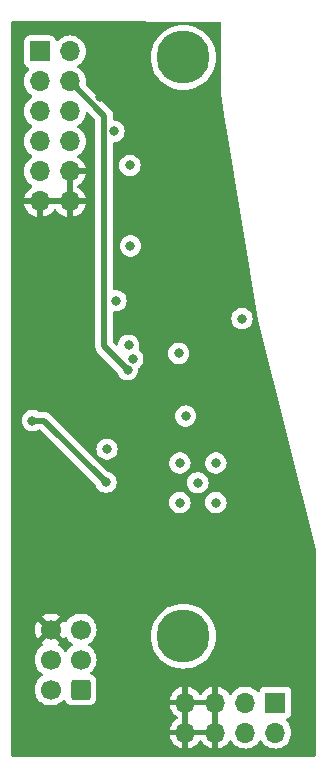
<source format=gbr>
%TF.GenerationSoftware,KiCad,Pcbnew,8.0.6*%
%TF.CreationDate,2025-02-12T14:43:40-05:00*%
%TF.ProjectId,PwrModule,5077724d-6f64-4756-9c65-2e6b69636164,rev?*%
%TF.SameCoordinates,Original*%
%TF.FileFunction,Copper,L3,Inr*%
%TF.FilePolarity,Positive*%
%FSLAX46Y46*%
G04 Gerber Fmt 4.6, Leading zero omitted, Abs format (unit mm)*
G04 Created by KiCad (PCBNEW 8.0.6) date 2025-02-12 14:43:40*
%MOMM*%
%LPD*%
G01*
G04 APERTURE LIST*
G04 Aperture macros list*
%AMRoundRect*
0 Rectangle with rounded corners*
0 $1 Rounding radius*
0 $2 $3 $4 $5 $6 $7 $8 $9 X,Y pos of 4 corners*
0 Add a 4 corners polygon primitive as box body*
4,1,4,$2,$3,$4,$5,$6,$7,$8,$9,$2,$3,0*
0 Add four circle primitives for the rounded corners*
1,1,$1+$1,$2,$3*
1,1,$1+$1,$4,$5*
1,1,$1+$1,$6,$7*
1,1,$1+$1,$8,$9*
0 Add four rect primitives between the rounded corners*
20,1,$1+$1,$2,$3,$4,$5,0*
20,1,$1+$1,$4,$5,$6,$7,0*
20,1,$1+$1,$6,$7,$8,$9,0*
20,1,$1+$1,$8,$9,$2,$3,0*%
G04 Aperture macros list end*
%TA.AperFunction,ComponentPad*%
%ADD10R,1.700000X1.700000*%
%TD*%
%TA.AperFunction,ComponentPad*%
%ADD11O,1.700000X1.700000*%
%TD*%
%TA.AperFunction,ComponentPad*%
%ADD12C,4.500000*%
%TD*%
%TA.AperFunction,ComponentPad*%
%ADD13RoundRect,0.250000X0.600000X0.600000X-0.600000X0.600000X-0.600000X-0.600000X0.600000X-0.600000X0*%
%TD*%
%TA.AperFunction,ComponentPad*%
%ADD14C,1.700000*%
%TD*%
%TA.AperFunction,ViaPad*%
%ADD15C,0.800000*%
%TD*%
%TA.AperFunction,Conductor*%
%ADD16C,0.500000*%
%TD*%
G04 APERTURE END LIST*
D10*
%TO.N,VCC*%
%TO.C,J14*%
X124000000Y-98100000D03*
D11*
X124000000Y-100640000D03*
X121460000Y-98100000D03*
X121460000Y-100640000D03*
%TO.N,GND*%
X118920000Y-98100000D03*
X118920000Y-100640000D03*
X116380000Y-98100000D03*
X116380000Y-100640000D03*
%TD*%
D10*
%TO.N,+5V*%
%TO.C,J11*%
X104050000Y-42975000D03*
D11*
X106590000Y-42975000D03*
X104050000Y-45515000D03*
%TO.N,UPDI*%
X106590000Y-45515000D03*
%TO.N,Net-(J11-Pin_5)*%
X104050000Y-48055000D03*
%TO.N,Net-(J11-Pin_6)*%
X106590000Y-48055000D03*
%TO.N,Red*%
X104050000Y-50595000D03*
%TO.N,Green*%
X106590000Y-50595000D03*
%TO.N,Net-(J11-Pin_9)*%
X104050000Y-53135000D03*
%TO.N,GND*%
X106590000Y-53135000D03*
X104050000Y-55675000D03*
X106590000Y-55675000D03*
%TD*%
D12*
%TO.N,N/C*%
%TO.C,H5*%
X116200000Y-92480000D03*
%TD*%
D13*
%TO.N,VCC_*%
%TO.C,J1*%
X107500000Y-97000000D03*
D14*
%TO.N,Red*%
X104960000Y-97000000D03*
%TO.N,Green*%
X107500000Y-94460000D03*
%TO.N,Blue*%
X104960000Y-94460000D03*
%TO.N,Signal*%
X107500000Y-91920000D03*
%TO.N,GND*%
X104960000Y-91920000D03*
%TD*%
D12*
%TO.N,N/C*%
%TO.C,H1*%
X116200000Y-43480000D03*
%TD*%
D15*
%TO.N,GND*%
X121000000Y-69100000D03*
X115290000Y-51740000D03*
X109170000Y-46870000D03*
X115180000Y-47860000D03*
X107750000Y-80000000D03*
%TO.N,Pwr_off*%
X110330000Y-49740000D03*
X111920000Y-69027171D03*
%TO.N,Pwr_mon*%
X111570000Y-67850000D03*
X111720000Y-59450000D03*
%TO.N,Signal*%
X109650000Y-79450000D03*
X103425000Y-74230001D03*
%TO.N,+5V*%
X115905000Y-81165000D03*
X115905000Y-77815000D03*
X117430000Y-79490000D03*
X118955000Y-81165000D03*
X118955000Y-77815000D03*
%TO.N,Net-(JP1-A)*%
X116400000Y-73850000D03*
X121170000Y-65590000D03*
X115810000Y-68540000D03*
%TO.N,UPDI*%
X111490000Y-69930000D03*
%TO.N,VCC_*%
X110490000Y-64080000D03*
X109740000Y-76650000D03*
%TO.N,Net-(J11-Pin_6)*%
X111680000Y-52630000D03*
%TD*%
D16*
%TO.N,Signal*%
X104430001Y-74230001D02*
X103425000Y-74230001D01*
X109650000Y-79450000D02*
X104430001Y-74230001D01*
%TO.N,UPDI*%
X109490000Y-50102082D02*
X109490000Y-67930000D01*
X109490000Y-67930000D02*
X111490000Y-69930000D01*
X109480000Y-49387918D02*
X109480000Y-50092082D01*
X109490000Y-49377918D02*
X109480000Y-49387918D01*
X106590000Y-45515000D02*
X109490000Y-48415000D01*
X109490000Y-48415000D02*
X109490000Y-49377918D01*
X109480000Y-50092082D02*
X109490000Y-50102082D01*
%TD*%
%TA.AperFunction,Conductor*%
%TO.N,GND*%
G36*
X118454075Y-100447007D02*
G01*
X118420000Y-100574174D01*
X118420000Y-100705826D01*
X118454075Y-100832993D01*
X118486988Y-100890000D01*
X116813012Y-100890000D01*
X116845925Y-100832993D01*
X116880000Y-100705826D01*
X116880000Y-100574174D01*
X116845925Y-100447007D01*
X116813012Y-100390000D01*
X118486988Y-100390000D01*
X118454075Y-100447007D01*
G37*
%TD.AperFunction*%
%TA.AperFunction,Conductor*%
G36*
X116630000Y-100206988D02*
G01*
X116572993Y-100174075D01*
X116445826Y-100140000D01*
X116314174Y-100140000D01*
X116187007Y-100174075D01*
X116130000Y-100206988D01*
X116130000Y-98533012D01*
X116187007Y-98565925D01*
X116314174Y-98600000D01*
X116445826Y-98600000D01*
X116572993Y-98565925D01*
X116630000Y-98533012D01*
X116630000Y-100206988D01*
G37*
%TD.AperFunction*%
%TA.AperFunction,Conductor*%
G36*
X119170000Y-100206988D02*
G01*
X119112993Y-100174075D01*
X118985826Y-100140000D01*
X118854174Y-100140000D01*
X118727007Y-100174075D01*
X118670000Y-100206988D01*
X118670000Y-98533012D01*
X118727007Y-98565925D01*
X118854174Y-98600000D01*
X118985826Y-98600000D01*
X119112993Y-98565925D01*
X119170000Y-98533012D01*
X119170000Y-100206988D01*
G37*
%TD.AperFunction*%
%TA.AperFunction,Conductor*%
G36*
X118454075Y-97907007D02*
G01*
X118420000Y-98034174D01*
X118420000Y-98165826D01*
X118454075Y-98292993D01*
X118486988Y-98350000D01*
X116813012Y-98350000D01*
X116845925Y-98292993D01*
X116880000Y-98165826D01*
X116880000Y-98034174D01*
X116845925Y-97907007D01*
X116813012Y-97850000D01*
X118486988Y-97850000D01*
X118454075Y-97907007D01*
G37*
%TD.AperFunction*%
%TA.AperFunction,Conductor*%
G36*
X106074925Y-92681373D02*
G01*
X106128119Y-92605405D01*
X106182696Y-92561781D01*
X106252195Y-92554588D01*
X106314549Y-92586110D01*
X106331269Y-92605405D01*
X106461505Y-92791401D01*
X106461506Y-92791402D01*
X106628597Y-92958493D01*
X106628603Y-92958498D01*
X106814158Y-93088425D01*
X106857783Y-93143002D01*
X106864977Y-93212500D01*
X106833454Y-93274855D01*
X106814158Y-93291575D01*
X106628597Y-93421505D01*
X106461505Y-93588597D01*
X106331575Y-93774158D01*
X106276998Y-93817783D01*
X106207500Y-93824977D01*
X106145145Y-93793454D01*
X106128425Y-93774158D01*
X105998494Y-93588597D01*
X105831402Y-93421506D01*
X105831401Y-93421505D01*
X105645405Y-93291269D01*
X105601781Y-93236692D01*
X105594588Y-93167193D01*
X105626110Y-93104839D01*
X105645405Y-93088119D01*
X105721373Y-93034925D01*
X105089409Y-92402962D01*
X105152993Y-92385925D01*
X105267007Y-92320099D01*
X105360099Y-92227007D01*
X105425925Y-92112993D01*
X105442962Y-92049409D01*
X106074925Y-92681373D01*
G37*
%TD.AperFunction*%
%TA.AperFunction,Conductor*%
G36*
X106124075Y-55482007D02*
G01*
X106090000Y-55609174D01*
X106090000Y-55740826D01*
X106124075Y-55867993D01*
X106156988Y-55925000D01*
X104483012Y-55925000D01*
X104515925Y-55867993D01*
X104550000Y-55740826D01*
X104550000Y-55609174D01*
X104515925Y-55482007D01*
X104483012Y-55425000D01*
X106156988Y-55425000D01*
X106124075Y-55482007D01*
G37*
%TD.AperFunction*%
%TA.AperFunction,Conductor*%
G36*
X106840000Y-55241988D02*
G01*
X106782993Y-55209075D01*
X106655826Y-55175000D01*
X106524174Y-55175000D01*
X106397007Y-55209075D01*
X106340000Y-55241988D01*
X106340000Y-53568012D01*
X106397007Y-53600925D01*
X106524174Y-53635000D01*
X106655826Y-53635000D01*
X106782993Y-53600925D01*
X106840000Y-53568012D01*
X106840000Y-55241988D01*
G37*
%TD.AperFunction*%
%TA.AperFunction,Conductor*%
G36*
X106937481Y-40412029D02*
G01*
X119246281Y-40439721D01*
X119313274Y-40459557D01*
X119358910Y-40512463D01*
X119370000Y-40563721D01*
X119370000Y-46560000D01*
X119749718Y-48839500D01*
X119904442Y-49768333D01*
X119904457Y-49768426D01*
X122549997Y-65724986D01*
X122550002Y-65725012D01*
X127446238Y-85210032D01*
X127449977Y-85240430D01*
X127433378Y-96826567D01*
X127433326Y-96862769D01*
X127420285Y-102546050D01*
X127420284Y-102546285D01*
X127400445Y-102613279D01*
X127347536Y-102658912D01*
X127296284Y-102670000D01*
X101723948Y-102670000D01*
X101656909Y-102650315D01*
X101611154Y-102597511D01*
X101599948Y-102546050D01*
X101599450Y-101306546D01*
X101596702Y-94459999D01*
X103604341Y-94459999D01*
X103604341Y-94460000D01*
X103624936Y-94695403D01*
X103624938Y-94695413D01*
X103686094Y-94923655D01*
X103686096Y-94923659D01*
X103686097Y-94923663D01*
X103690000Y-94932032D01*
X103785965Y-95137830D01*
X103785967Y-95137834D01*
X103854373Y-95235527D01*
X103921501Y-95331396D01*
X103921506Y-95331402D01*
X104088597Y-95498493D01*
X104088603Y-95498498D01*
X104274158Y-95628425D01*
X104317783Y-95683002D01*
X104324977Y-95752500D01*
X104293454Y-95814855D01*
X104274158Y-95831575D01*
X104088597Y-95961505D01*
X103921505Y-96128597D01*
X103785965Y-96322169D01*
X103785964Y-96322171D01*
X103686098Y-96536335D01*
X103686094Y-96536344D01*
X103624938Y-96764586D01*
X103624936Y-96764596D01*
X103604341Y-96999999D01*
X103604341Y-97000000D01*
X103624936Y-97235403D01*
X103624938Y-97235413D01*
X103686094Y-97463655D01*
X103686096Y-97463659D01*
X103686097Y-97463663D01*
X103766696Y-97636507D01*
X103785965Y-97677830D01*
X103785967Y-97677834D01*
X103866603Y-97792993D01*
X103921505Y-97871401D01*
X104088599Y-98038495D01*
X104131675Y-98068657D01*
X104282165Y-98174032D01*
X104282167Y-98174033D01*
X104282170Y-98174035D01*
X104496337Y-98273903D01*
X104724592Y-98335063D01*
X104901034Y-98350500D01*
X104959999Y-98355659D01*
X104960000Y-98355659D01*
X104960001Y-98355659D01*
X105018966Y-98350500D01*
X105195408Y-98335063D01*
X105423663Y-98273903D01*
X105637830Y-98174035D01*
X105831401Y-98038495D01*
X105998495Y-97871401D01*
X105998504Y-97871388D01*
X105999636Y-97870040D01*
X106000293Y-97869602D01*
X106002323Y-97867573D01*
X106002730Y-97867980D01*
X106057805Y-97831334D01*
X106127666Y-97830220D01*
X106187038Y-97867053D01*
X106212335Y-97910733D01*
X106215186Y-97919334D01*
X106307288Y-98068656D01*
X106431344Y-98192712D01*
X106580666Y-98284814D01*
X106747203Y-98339999D01*
X106849991Y-98350500D01*
X108150008Y-98350499D01*
X108252797Y-98339999D01*
X108419334Y-98284814D01*
X108568656Y-98192712D01*
X108692712Y-98068656D01*
X108784814Y-97919334D01*
X108807789Y-97849999D01*
X115049364Y-97849999D01*
X115049364Y-97850000D01*
X115946988Y-97850000D01*
X115914075Y-97907007D01*
X115880000Y-98034174D01*
X115880000Y-98165826D01*
X115914075Y-98292993D01*
X115946988Y-98350000D01*
X115049364Y-98350000D01*
X115106567Y-98563486D01*
X115106570Y-98563492D01*
X115206399Y-98777578D01*
X115341894Y-98971082D01*
X115508917Y-99138105D01*
X115695031Y-99268425D01*
X115738656Y-99323003D01*
X115745848Y-99392501D01*
X115714326Y-99454856D01*
X115695031Y-99471575D01*
X115508922Y-99601890D01*
X115508920Y-99601891D01*
X115341891Y-99768920D01*
X115341886Y-99768926D01*
X115206400Y-99962420D01*
X115206399Y-99962422D01*
X115106570Y-100176507D01*
X115106567Y-100176513D01*
X115049364Y-100389999D01*
X115049364Y-100390000D01*
X115946988Y-100390000D01*
X115914075Y-100447007D01*
X115880000Y-100574174D01*
X115880000Y-100705826D01*
X115914075Y-100832993D01*
X115946988Y-100890000D01*
X115049364Y-100890000D01*
X115106567Y-101103486D01*
X115106570Y-101103492D01*
X115206399Y-101317578D01*
X115341894Y-101511082D01*
X115508917Y-101678105D01*
X115702421Y-101813600D01*
X115916507Y-101913429D01*
X115916516Y-101913433D01*
X116130000Y-101970634D01*
X116130000Y-101073012D01*
X116187007Y-101105925D01*
X116314174Y-101140000D01*
X116445826Y-101140000D01*
X116572993Y-101105925D01*
X116630000Y-101073012D01*
X116630000Y-101970633D01*
X116843483Y-101913433D01*
X116843492Y-101913429D01*
X117057578Y-101813600D01*
X117251082Y-101678105D01*
X117418105Y-101511082D01*
X117548425Y-101324968D01*
X117603002Y-101281344D01*
X117672501Y-101274151D01*
X117734855Y-101305673D01*
X117751575Y-101324968D01*
X117881894Y-101511082D01*
X118048917Y-101678105D01*
X118242421Y-101813600D01*
X118456507Y-101913429D01*
X118456516Y-101913433D01*
X118670000Y-101970634D01*
X118670000Y-101073012D01*
X118727007Y-101105925D01*
X118854174Y-101140000D01*
X118985826Y-101140000D01*
X119112993Y-101105925D01*
X119170000Y-101073012D01*
X119170000Y-101970633D01*
X119383483Y-101913433D01*
X119383492Y-101913429D01*
X119597578Y-101813600D01*
X119791082Y-101678105D01*
X119958105Y-101511082D01*
X120088119Y-101325405D01*
X120142696Y-101281781D01*
X120212195Y-101274588D01*
X120274549Y-101306110D01*
X120291269Y-101325405D01*
X120421505Y-101511401D01*
X120588599Y-101678495D01*
X120685384Y-101746265D01*
X120782165Y-101814032D01*
X120782167Y-101814033D01*
X120782170Y-101814035D01*
X120996337Y-101913903D01*
X121224592Y-101975063D01*
X121412918Y-101991539D01*
X121459999Y-101995659D01*
X121460000Y-101995659D01*
X121460001Y-101995659D01*
X121499234Y-101992226D01*
X121695408Y-101975063D01*
X121923663Y-101913903D01*
X122137830Y-101814035D01*
X122331401Y-101678495D01*
X122498495Y-101511401D01*
X122628425Y-101325842D01*
X122683002Y-101282217D01*
X122752500Y-101275023D01*
X122814855Y-101306546D01*
X122831575Y-101325842D01*
X122961500Y-101511395D01*
X122961505Y-101511401D01*
X123128599Y-101678495D01*
X123225384Y-101746265D01*
X123322165Y-101814032D01*
X123322167Y-101814033D01*
X123322170Y-101814035D01*
X123536337Y-101913903D01*
X123764592Y-101975063D01*
X123952918Y-101991539D01*
X123999999Y-101995659D01*
X124000000Y-101995659D01*
X124000001Y-101995659D01*
X124039234Y-101992226D01*
X124235408Y-101975063D01*
X124463663Y-101913903D01*
X124677830Y-101814035D01*
X124871401Y-101678495D01*
X125038495Y-101511401D01*
X125174035Y-101317830D01*
X125273903Y-101103663D01*
X125335063Y-100875408D01*
X125355659Y-100640000D01*
X125335063Y-100404592D01*
X125273903Y-100176337D01*
X125174035Y-99962171D01*
X125168730Y-99954595D01*
X125038496Y-99768600D01*
X125038490Y-99768594D01*
X124916567Y-99646671D01*
X124883084Y-99585351D01*
X124888068Y-99515659D01*
X124929939Y-99459725D01*
X124960915Y-99442810D01*
X125092331Y-99393796D01*
X125207546Y-99307546D01*
X125293796Y-99192331D01*
X125344091Y-99057483D01*
X125350500Y-98997873D01*
X125350499Y-97202128D01*
X125344091Y-97142517D01*
X125342810Y-97139083D01*
X125293797Y-97007671D01*
X125293793Y-97007664D01*
X125207547Y-96892455D01*
X125207544Y-96892452D01*
X125092335Y-96806206D01*
X125092328Y-96806202D01*
X124957482Y-96755908D01*
X124957483Y-96755908D01*
X124897883Y-96749501D01*
X124897881Y-96749500D01*
X124897873Y-96749500D01*
X124897864Y-96749500D01*
X123102129Y-96749500D01*
X123102123Y-96749501D01*
X123042516Y-96755908D01*
X122907671Y-96806202D01*
X122907664Y-96806206D01*
X122792455Y-96892452D01*
X122792452Y-96892455D01*
X122706206Y-97007664D01*
X122706203Y-97007669D01*
X122657189Y-97139083D01*
X122615317Y-97195016D01*
X122549853Y-97219433D01*
X122481580Y-97204581D01*
X122453326Y-97183430D01*
X122331402Y-97061506D01*
X122331395Y-97061501D01*
X122137834Y-96925967D01*
X122137830Y-96925965D01*
X122137828Y-96925964D01*
X121923663Y-96826097D01*
X121923659Y-96826096D01*
X121923655Y-96826094D01*
X121695413Y-96764938D01*
X121695403Y-96764936D01*
X121460001Y-96744341D01*
X121459999Y-96744341D01*
X121224596Y-96764936D01*
X121224586Y-96764938D01*
X120996344Y-96826094D01*
X120996335Y-96826098D01*
X120782171Y-96925964D01*
X120782169Y-96925965D01*
X120588597Y-97061505D01*
X120421508Y-97228594D01*
X120291269Y-97414595D01*
X120236692Y-97458219D01*
X120167193Y-97465412D01*
X120104839Y-97433890D01*
X120088119Y-97414594D01*
X119958113Y-97228926D01*
X119958108Y-97228920D01*
X119791082Y-97061894D01*
X119597578Y-96926399D01*
X119383492Y-96826570D01*
X119383486Y-96826567D01*
X119170000Y-96769364D01*
X119170000Y-97666988D01*
X119112993Y-97634075D01*
X118985826Y-97600000D01*
X118854174Y-97600000D01*
X118727007Y-97634075D01*
X118670000Y-97666988D01*
X118670000Y-96769364D01*
X118669999Y-96769364D01*
X118456513Y-96826567D01*
X118456507Y-96826570D01*
X118242422Y-96926399D01*
X118242420Y-96926400D01*
X118048926Y-97061886D01*
X118048920Y-97061891D01*
X117881891Y-97228920D01*
X117881890Y-97228922D01*
X117751575Y-97415031D01*
X117696998Y-97458655D01*
X117627499Y-97465848D01*
X117565145Y-97434326D01*
X117548425Y-97415031D01*
X117418109Y-97228922D01*
X117418108Y-97228920D01*
X117251082Y-97061894D01*
X117057578Y-96926399D01*
X116843492Y-96826570D01*
X116843486Y-96826567D01*
X116630000Y-96769364D01*
X116630000Y-97666988D01*
X116572993Y-97634075D01*
X116445826Y-97600000D01*
X116314174Y-97600000D01*
X116187007Y-97634075D01*
X116130000Y-97666988D01*
X116130000Y-96769364D01*
X116129999Y-96769364D01*
X115916513Y-96826567D01*
X115916507Y-96826570D01*
X115702422Y-96926399D01*
X115702420Y-96926400D01*
X115508926Y-97061886D01*
X115508920Y-97061891D01*
X115341891Y-97228920D01*
X115341886Y-97228926D01*
X115206400Y-97422420D01*
X115206399Y-97422422D01*
X115106570Y-97636507D01*
X115106567Y-97636513D01*
X115049364Y-97849999D01*
X108807789Y-97849999D01*
X108839999Y-97752797D01*
X108850500Y-97650009D01*
X108850499Y-96349992D01*
X108839999Y-96247203D01*
X108784814Y-96080666D01*
X108692712Y-95931344D01*
X108568656Y-95807288D01*
X108475888Y-95750069D01*
X108419336Y-95715187D01*
X108419331Y-95715185D01*
X108419215Y-95715146D01*
X108410733Y-95712336D01*
X108353290Y-95672564D01*
X108326467Y-95608048D01*
X108338782Y-95539272D01*
X108367767Y-95502517D01*
X108367573Y-95502323D01*
X108369219Y-95500676D01*
X108370040Y-95499636D01*
X108371388Y-95498504D01*
X108371401Y-95498495D01*
X108538495Y-95331401D01*
X108674035Y-95137830D01*
X108773903Y-94923663D01*
X108835063Y-94695408D01*
X108855659Y-94460000D01*
X108835063Y-94224592D01*
X108773903Y-93996337D01*
X108674035Y-93782171D01*
X108668425Y-93774158D01*
X108538494Y-93588597D01*
X108371402Y-93421506D01*
X108371396Y-93421501D01*
X108185842Y-93291575D01*
X108142217Y-93236998D01*
X108135023Y-93167500D01*
X108166546Y-93105145D01*
X108185842Y-93088425D01*
X108262248Y-93034925D01*
X108371401Y-92958495D01*
X108538495Y-92791401D01*
X108674035Y-92597830D01*
X108728980Y-92480000D01*
X113444473Y-92480000D01*
X113464563Y-92812136D01*
X113464563Y-92812141D01*
X113464564Y-92812142D01*
X113524544Y-93139441D01*
X113524545Y-93139445D01*
X113524546Y-93139449D01*
X113623530Y-93457104D01*
X113623534Y-93457116D01*
X113623537Y-93457123D01*
X113760102Y-93760557D01*
X113897576Y-93987967D01*
X113932251Y-94045326D01*
X114137460Y-94307255D01*
X114372744Y-94542539D01*
X114634673Y-94747748D01*
X114634678Y-94747751D01*
X114634682Y-94747754D01*
X114919443Y-94919898D01*
X115222877Y-95056463D01*
X115222890Y-95056467D01*
X115222895Y-95056469D01*
X115434665Y-95122458D01*
X115540559Y-95155456D01*
X115867858Y-95215436D01*
X116200000Y-95235527D01*
X116532142Y-95215436D01*
X116859441Y-95155456D01*
X117177123Y-95056463D01*
X117480557Y-94919898D01*
X117765318Y-94747754D01*
X118027252Y-94542542D01*
X118262542Y-94307252D01*
X118467754Y-94045318D01*
X118639898Y-93760557D01*
X118776463Y-93457123D01*
X118875456Y-93139441D01*
X118935436Y-92812142D01*
X118955527Y-92480000D01*
X118935436Y-92147858D01*
X118875456Y-91820559D01*
X118776463Y-91502877D01*
X118639898Y-91199443D01*
X118467754Y-90914682D01*
X118467751Y-90914678D01*
X118467748Y-90914673D01*
X118262539Y-90652744D01*
X118027255Y-90417460D01*
X117765326Y-90212251D01*
X117765318Y-90212246D01*
X117480557Y-90040102D01*
X117177123Y-89903537D01*
X117177116Y-89903534D01*
X117177104Y-89903530D01*
X116859449Y-89804546D01*
X116859445Y-89804545D01*
X116859441Y-89804544D01*
X116532142Y-89744564D01*
X116532141Y-89744563D01*
X116532136Y-89744563D01*
X116200000Y-89724473D01*
X115867863Y-89744563D01*
X115867858Y-89744564D01*
X115540559Y-89804544D01*
X115540556Y-89804544D01*
X115540550Y-89804546D01*
X115222895Y-89903530D01*
X115222879Y-89903536D01*
X115222877Y-89903537D01*
X115029656Y-89990498D01*
X114919447Y-90040100D01*
X114919445Y-90040101D01*
X114634673Y-90212251D01*
X114372744Y-90417460D01*
X114137460Y-90652744D01*
X113932251Y-90914673D01*
X113760101Y-91199445D01*
X113760100Y-91199447D01*
X113740872Y-91242171D01*
X113644403Y-91456516D01*
X113623536Y-91502880D01*
X113623530Y-91502895D01*
X113524546Y-91820550D01*
X113464563Y-92147863D01*
X113444473Y-92480000D01*
X108728980Y-92480000D01*
X108773903Y-92383663D01*
X108835063Y-92155408D01*
X108855659Y-91920000D01*
X108835063Y-91684592D01*
X108773903Y-91456337D01*
X108674035Y-91242171D01*
X108668731Y-91234595D01*
X108538494Y-91048597D01*
X108371402Y-90881506D01*
X108371395Y-90881501D01*
X108177834Y-90745967D01*
X108177830Y-90745965D01*
X108177828Y-90745964D01*
X107963663Y-90646097D01*
X107963659Y-90646096D01*
X107963655Y-90646094D01*
X107735413Y-90584938D01*
X107735403Y-90584936D01*
X107500001Y-90564341D01*
X107499999Y-90564341D01*
X107264596Y-90584936D01*
X107264586Y-90584938D01*
X107036344Y-90646094D01*
X107036335Y-90646098D01*
X106822171Y-90745964D01*
X106822169Y-90745965D01*
X106628597Y-90881505D01*
X106461505Y-91048597D01*
X106331269Y-91234595D01*
X106276692Y-91278220D01*
X106207194Y-91285414D01*
X106144839Y-91253891D01*
X106128119Y-91234595D01*
X106074925Y-91158626D01*
X106074925Y-91158625D01*
X105442962Y-91790589D01*
X105425925Y-91727007D01*
X105360099Y-91612993D01*
X105267007Y-91519901D01*
X105152993Y-91454075D01*
X105089410Y-91437037D01*
X105721373Y-90805073D01*
X105721373Y-90805072D01*
X105637583Y-90746402D01*
X105637579Y-90746400D01*
X105423492Y-90646570D01*
X105423483Y-90646566D01*
X105195326Y-90585432D01*
X105195315Y-90585430D01*
X104960002Y-90564843D01*
X104959998Y-90564843D01*
X104724684Y-90585430D01*
X104724673Y-90585432D01*
X104496516Y-90646566D01*
X104496507Y-90646570D01*
X104282419Y-90746401D01*
X104198625Y-90805072D01*
X104830590Y-91437037D01*
X104767007Y-91454075D01*
X104652993Y-91519901D01*
X104559901Y-91612993D01*
X104494075Y-91727007D01*
X104477037Y-91790589D01*
X103845073Y-91158625D01*
X103845072Y-91158625D01*
X103786401Y-91242419D01*
X103686570Y-91456507D01*
X103686566Y-91456516D01*
X103625432Y-91684673D01*
X103625430Y-91684684D01*
X103604843Y-91919998D01*
X103604843Y-91920001D01*
X103625430Y-92155315D01*
X103625432Y-92155326D01*
X103686566Y-92383483D01*
X103686570Y-92383492D01*
X103786400Y-92597579D01*
X103786402Y-92597583D01*
X103845072Y-92681373D01*
X103845073Y-92681373D01*
X104477037Y-92049409D01*
X104494075Y-92112993D01*
X104559901Y-92227007D01*
X104652993Y-92320099D01*
X104767007Y-92385925D01*
X104830590Y-92402962D01*
X104198625Y-93034925D01*
X104274594Y-93088119D01*
X104318219Y-93142696D01*
X104325413Y-93212194D01*
X104293890Y-93274549D01*
X104274595Y-93291269D01*
X104088594Y-93421508D01*
X103921505Y-93588597D01*
X103785965Y-93782169D01*
X103785964Y-93782171D01*
X103686098Y-93996335D01*
X103686094Y-93996344D01*
X103624938Y-94224586D01*
X103624936Y-94224596D01*
X103604341Y-94459999D01*
X101596702Y-94459999D01*
X101591365Y-81165000D01*
X114999540Y-81165000D01*
X115019326Y-81353256D01*
X115019327Y-81353259D01*
X115077818Y-81533277D01*
X115077821Y-81533284D01*
X115172467Y-81697216D01*
X115299129Y-81837888D01*
X115452265Y-81949148D01*
X115452270Y-81949151D01*
X115625192Y-82026142D01*
X115625197Y-82026144D01*
X115810354Y-82065500D01*
X115810355Y-82065500D01*
X115999644Y-82065500D01*
X115999646Y-82065500D01*
X116184803Y-82026144D01*
X116357730Y-81949151D01*
X116510871Y-81837888D01*
X116637533Y-81697216D01*
X116732179Y-81533284D01*
X116790674Y-81353256D01*
X116810460Y-81165000D01*
X118049540Y-81165000D01*
X118069326Y-81353256D01*
X118069327Y-81353259D01*
X118127818Y-81533277D01*
X118127821Y-81533284D01*
X118222467Y-81697216D01*
X118349129Y-81837888D01*
X118502265Y-81949148D01*
X118502270Y-81949151D01*
X118675192Y-82026142D01*
X118675197Y-82026144D01*
X118860354Y-82065500D01*
X118860355Y-82065500D01*
X119049644Y-82065500D01*
X119049646Y-82065500D01*
X119234803Y-82026144D01*
X119407730Y-81949151D01*
X119560871Y-81837888D01*
X119687533Y-81697216D01*
X119782179Y-81533284D01*
X119840674Y-81353256D01*
X119860460Y-81165000D01*
X119840674Y-80976744D01*
X119782179Y-80796716D01*
X119687533Y-80632784D01*
X119560871Y-80492112D01*
X119560870Y-80492111D01*
X119407734Y-80380851D01*
X119407729Y-80380848D01*
X119234807Y-80303857D01*
X119234802Y-80303855D01*
X119089001Y-80272865D01*
X119049646Y-80264500D01*
X118860354Y-80264500D01*
X118827897Y-80271398D01*
X118675197Y-80303855D01*
X118675192Y-80303857D01*
X118502270Y-80380848D01*
X118502265Y-80380851D01*
X118349129Y-80492111D01*
X118222466Y-80632785D01*
X118127821Y-80796715D01*
X118127818Y-80796722D01*
X118069327Y-80976740D01*
X118069326Y-80976744D01*
X118049540Y-81165000D01*
X116810460Y-81165000D01*
X116790674Y-80976744D01*
X116732179Y-80796716D01*
X116637533Y-80632784D01*
X116510871Y-80492112D01*
X116510870Y-80492111D01*
X116357734Y-80380851D01*
X116357729Y-80380848D01*
X116184807Y-80303857D01*
X116184802Y-80303855D01*
X116039001Y-80272865D01*
X115999646Y-80264500D01*
X115810354Y-80264500D01*
X115777897Y-80271398D01*
X115625197Y-80303855D01*
X115625192Y-80303857D01*
X115452270Y-80380848D01*
X115452265Y-80380851D01*
X115299129Y-80492111D01*
X115172466Y-80632785D01*
X115077821Y-80796715D01*
X115077818Y-80796722D01*
X115019327Y-80976740D01*
X115019326Y-80976744D01*
X114999540Y-81165000D01*
X101591365Y-81165000D01*
X101590000Y-77765000D01*
X101590000Y-74230001D01*
X102519540Y-74230001D01*
X102539326Y-74418257D01*
X102539327Y-74418260D01*
X102597818Y-74598278D01*
X102597821Y-74598285D01*
X102692467Y-74762217D01*
X102819129Y-74902889D01*
X102972265Y-75014149D01*
X102972270Y-75014152D01*
X103145192Y-75091143D01*
X103145197Y-75091145D01*
X103330354Y-75130501D01*
X103330355Y-75130501D01*
X103519644Y-75130501D01*
X103519646Y-75130501D01*
X103704803Y-75091145D01*
X103877730Y-75014152D01*
X103879776Y-75012665D01*
X103891452Y-75004183D01*
X103957258Y-74980703D01*
X103964337Y-74980501D01*
X104067771Y-74980501D01*
X104134810Y-75000186D01*
X104155452Y-75016820D01*
X108737228Y-79598595D01*
X108767478Y-79647958D01*
X108822818Y-79818277D01*
X108822821Y-79818284D01*
X108917467Y-79982216D01*
X109044129Y-80122888D01*
X109197265Y-80234148D01*
X109197270Y-80234151D01*
X109370192Y-80311142D01*
X109370197Y-80311144D01*
X109555354Y-80350500D01*
X109555355Y-80350500D01*
X109744644Y-80350500D01*
X109744646Y-80350500D01*
X109929803Y-80311144D01*
X110102730Y-80234151D01*
X110255871Y-80122888D01*
X110382533Y-79982216D01*
X110477179Y-79818284D01*
X110535674Y-79638256D01*
X110551256Y-79490000D01*
X116524540Y-79490000D01*
X116544326Y-79678256D01*
X116544327Y-79678259D01*
X116602818Y-79858277D01*
X116602821Y-79858284D01*
X116697467Y-80022216D01*
X116788113Y-80122888D01*
X116824129Y-80162888D01*
X116977265Y-80274148D01*
X116977270Y-80274151D01*
X117150192Y-80351142D01*
X117150197Y-80351144D01*
X117335354Y-80390500D01*
X117335355Y-80390500D01*
X117524644Y-80390500D01*
X117524646Y-80390500D01*
X117709803Y-80351144D01*
X117882730Y-80274151D01*
X118035871Y-80162888D01*
X118162533Y-80022216D01*
X118257179Y-79858284D01*
X118315674Y-79678256D01*
X118335460Y-79490000D01*
X118315674Y-79301744D01*
X118257179Y-79121716D01*
X118162533Y-78957784D01*
X118035871Y-78817112D01*
X117980816Y-78777112D01*
X117882734Y-78705851D01*
X117882729Y-78705848D01*
X117709807Y-78628857D01*
X117709802Y-78628855D01*
X117564001Y-78597865D01*
X117524646Y-78589500D01*
X117335354Y-78589500D01*
X117302897Y-78596398D01*
X117150197Y-78628855D01*
X117150192Y-78628857D01*
X116977270Y-78705848D01*
X116977265Y-78705851D01*
X116824129Y-78817111D01*
X116697466Y-78957785D01*
X116602821Y-79121715D01*
X116602818Y-79121722D01*
X116544327Y-79301740D01*
X116544326Y-79301744D01*
X116524540Y-79490000D01*
X110551256Y-79490000D01*
X110555460Y-79450000D01*
X110535674Y-79261744D01*
X110477179Y-79081716D01*
X110382533Y-78917784D01*
X110255871Y-78777112D01*
X110255870Y-78777111D01*
X110102734Y-78665851D01*
X110102729Y-78665848D01*
X109929807Y-78588857D01*
X109929802Y-78588855D01*
X109864669Y-78575011D01*
X109803187Y-78541818D01*
X109802769Y-78541402D01*
X109076367Y-77815000D01*
X114999540Y-77815000D01*
X115019326Y-78003256D01*
X115019327Y-78003259D01*
X115077818Y-78183277D01*
X115077821Y-78183284D01*
X115172467Y-78347216D01*
X115299129Y-78487888D01*
X115452265Y-78599148D01*
X115452270Y-78599151D01*
X115625192Y-78676142D01*
X115625197Y-78676144D01*
X115810354Y-78715500D01*
X115810355Y-78715500D01*
X115999644Y-78715500D01*
X115999646Y-78715500D01*
X116184803Y-78676144D01*
X116357730Y-78599151D01*
X116510871Y-78487888D01*
X116637533Y-78347216D01*
X116732179Y-78183284D01*
X116790674Y-78003256D01*
X116810460Y-77815000D01*
X118049540Y-77815000D01*
X118069326Y-78003256D01*
X118069327Y-78003259D01*
X118127818Y-78183277D01*
X118127821Y-78183284D01*
X118222467Y-78347216D01*
X118349129Y-78487888D01*
X118502265Y-78599148D01*
X118502270Y-78599151D01*
X118675192Y-78676142D01*
X118675197Y-78676144D01*
X118860354Y-78715500D01*
X118860355Y-78715500D01*
X119049644Y-78715500D01*
X119049646Y-78715500D01*
X119234803Y-78676144D01*
X119407730Y-78599151D01*
X119560871Y-78487888D01*
X119687533Y-78347216D01*
X119782179Y-78183284D01*
X119840674Y-78003256D01*
X119860460Y-77815000D01*
X119840674Y-77626744D01*
X119782179Y-77446716D01*
X119687533Y-77282784D01*
X119560871Y-77142112D01*
X119560870Y-77142111D01*
X119407734Y-77030851D01*
X119407729Y-77030848D01*
X119234807Y-76953857D01*
X119234802Y-76953855D01*
X119089001Y-76922865D01*
X119049646Y-76914500D01*
X118860354Y-76914500D01*
X118827897Y-76921398D01*
X118675197Y-76953855D01*
X118675192Y-76953857D01*
X118502270Y-77030848D01*
X118502265Y-77030851D01*
X118349129Y-77142111D01*
X118222466Y-77282785D01*
X118127821Y-77446715D01*
X118127818Y-77446722D01*
X118094099Y-77550500D01*
X118069326Y-77626744D01*
X118049540Y-77815000D01*
X116810460Y-77815000D01*
X116790674Y-77626744D01*
X116732179Y-77446716D01*
X116637533Y-77282784D01*
X116510871Y-77142112D01*
X116510870Y-77142111D01*
X116357734Y-77030851D01*
X116357729Y-77030848D01*
X116184807Y-76953857D01*
X116184802Y-76953855D01*
X116039001Y-76922865D01*
X115999646Y-76914500D01*
X115810354Y-76914500D01*
X115777897Y-76921398D01*
X115625197Y-76953855D01*
X115625192Y-76953857D01*
X115452270Y-77030848D01*
X115452265Y-77030851D01*
X115299129Y-77142111D01*
X115172466Y-77282785D01*
X115077821Y-77446715D01*
X115077818Y-77446722D01*
X115044099Y-77550500D01*
X115019326Y-77626744D01*
X114999540Y-77815000D01*
X109076367Y-77815000D01*
X107911368Y-76650000D01*
X108834540Y-76650000D01*
X108854326Y-76838256D01*
X108854327Y-76838259D01*
X108912818Y-77018277D01*
X108912821Y-77018284D01*
X109007467Y-77182216D01*
X109098019Y-77282784D01*
X109134129Y-77322888D01*
X109287265Y-77434148D01*
X109287270Y-77434151D01*
X109460192Y-77511142D01*
X109460197Y-77511144D01*
X109645354Y-77550500D01*
X109645355Y-77550500D01*
X109834644Y-77550500D01*
X109834646Y-77550500D01*
X110019803Y-77511144D01*
X110192730Y-77434151D01*
X110345871Y-77322888D01*
X110472533Y-77182216D01*
X110567179Y-77018284D01*
X110625674Y-76838256D01*
X110645460Y-76650000D01*
X110625674Y-76461744D01*
X110567179Y-76281716D01*
X110472533Y-76117784D01*
X110345871Y-75977112D01*
X110345870Y-75977111D01*
X110192734Y-75865851D01*
X110192729Y-75865848D01*
X110019807Y-75788857D01*
X110019802Y-75788855D01*
X109874001Y-75757865D01*
X109834646Y-75749500D01*
X109645354Y-75749500D01*
X109612897Y-75756398D01*
X109460197Y-75788855D01*
X109460192Y-75788857D01*
X109287270Y-75865848D01*
X109287265Y-75865851D01*
X109134129Y-75977111D01*
X109007466Y-76117785D01*
X108912821Y-76281715D01*
X108912818Y-76281722D01*
X108854327Y-76461740D01*
X108854326Y-76461744D01*
X108834540Y-76650000D01*
X107911368Y-76650000D01*
X105111369Y-73850000D01*
X115494540Y-73850000D01*
X115514326Y-74038256D01*
X115514327Y-74038259D01*
X115572818Y-74218277D01*
X115572821Y-74218284D01*
X115667467Y-74382216D01*
X115794129Y-74522888D01*
X115947265Y-74634148D01*
X115947270Y-74634151D01*
X116120192Y-74711142D01*
X116120197Y-74711144D01*
X116305354Y-74750500D01*
X116305355Y-74750500D01*
X116494644Y-74750500D01*
X116494646Y-74750500D01*
X116679803Y-74711144D01*
X116852730Y-74634151D01*
X117005871Y-74522888D01*
X117132533Y-74382216D01*
X117227179Y-74218284D01*
X117285674Y-74038256D01*
X117305460Y-73850000D01*
X117285674Y-73661744D01*
X117227179Y-73481716D01*
X117132533Y-73317784D01*
X117005871Y-73177112D01*
X117005870Y-73177111D01*
X116852734Y-73065851D01*
X116852729Y-73065848D01*
X116679807Y-72988857D01*
X116679802Y-72988855D01*
X116534001Y-72957865D01*
X116494646Y-72949500D01*
X116305354Y-72949500D01*
X116272897Y-72956398D01*
X116120197Y-72988855D01*
X116120192Y-72988857D01*
X115947270Y-73065848D01*
X115947265Y-73065851D01*
X115794129Y-73177111D01*
X115667466Y-73317785D01*
X115572821Y-73481715D01*
X115572818Y-73481722D01*
X115519099Y-73647053D01*
X115514326Y-73661744D01*
X115494540Y-73850000D01*
X105111369Y-73850000D01*
X104908422Y-73647053D01*
X104908415Y-73647047D01*
X104834730Y-73597813D01*
X104834730Y-73597814D01*
X104785492Y-73564914D01*
X104648918Y-73508344D01*
X104648908Y-73508341D01*
X104503921Y-73479501D01*
X104503919Y-73479501D01*
X103964337Y-73479501D01*
X103897298Y-73459816D01*
X103891452Y-73455819D01*
X103877734Y-73445852D01*
X103877729Y-73445849D01*
X103704807Y-73368858D01*
X103704802Y-73368856D01*
X103559001Y-73337866D01*
X103519646Y-73329501D01*
X103330354Y-73329501D01*
X103297897Y-73336399D01*
X103145197Y-73368856D01*
X103145192Y-73368858D01*
X102972270Y-73445849D01*
X102972265Y-73445852D01*
X102819129Y-73557112D01*
X102692466Y-73697786D01*
X102597821Y-73861716D01*
X102597818Y-73861723D01*
X102539327Y-74041741D01*
X102539326Y-74041745D01*
X102519540Y-74230001D01*
X101590000Y-74230001D01*
X101590000Y-45514999D01*
X102694341Y-45514999D01*
X102694341Y-45515000D01*
X102714936Y-45750403D01*
X102714938Y-45750413D01*
X102776094Y-45978655D01*
X102776096Y-45978659D01*
X102776097Y-45978663D01*
X102780000Y-45987032D01*
X102875965Y-46192830D01*
X102875967Y-46192834D01*
X102984281Y-46347521D01*
X103011501Y-46386396D01*
X103011506Y-46386402D01*
X103178597Y-46553493D01*
X103178603Y-46553498D01*
X103364158Y-46683425D01*
X103407783Y-46738002D01*
X103414977Y-46807500D01*
X103383454Y-46869855D01*
X103364158Y-46886575D01*
X103178597Y-47016505D01*
X103011505Y-47183597D01*
X102875965Y-47377169D01*
X102875964Y-47377171D01*
X102776098Y-47591335D01*
X102776094Y-47591344D01*
X102714938Y-47819586D01*
X102714936Y-47819596D01*
X102694341Y-48054999D01*
X102694341Y-48055000D01*
X102714936Y-48290403D01*
X102714938Y-48290413D01*
X102776094Y-48518655D01*
X102776096Y-48518659D01*
X102776097Y-48518663D01*
X102780000Y-48527032D01*
X102875965Y-48732830D01*
X102875967Y-48732834D01*
X102950656Y-48839500D01*
X103011501Y-48926396D01*
X103011506Y-48926402D01*
X103178597Y-49093493D01*
X103178603Y-49093498D01*
X103364158Y-49223425D01*
X103407783Y-49278002D01*
X103414977Y-49347500D01*
X103383454Y-49409855D01*
X103364158Y-49426575D01*
X103178597Y-49556505D01*
X103011505Y-49723597D01*
X102875965Y-49917169D01*
X102875964Y-49917171D01*
X102776098Y-50131335D01*
X102776094Y-50131344D01*
X102714938Y-50359586D01*
X102714936Y-50359596D01*
X102694341Y-50594999D01*
X102694341Y-50595000D01*
X102714936Y-50830403D01*
X102714938Y-50830413D01*
X102776094Y-51058655D01*
X102776096Y-51058659D01*
X102776097Y-51058663D01*
X102780000Y-51067032D01*
X102875965Y-51272830D01*
X102875967Y-51272834D01*
X102984281Y-51427521D01*
X103011501Y-51466396D01*
X103011506Y-51466402D01*
X103178597Y-51633493D01*
X103178603Y-51633498D01*
X103364158Y-51763425D01*
X103407783Y-51818002D01*
X103414977Y-51887500D01*
X103383454Y-51949855D01*
X103364158Y-51966575D01*
X103178597Y-52096505D01*
X103011505Y-52263597D01*
X102875965Y-52457169D01*
X102875964Y-52457171D01*
X102776098Y-52671335D01*
X102776094Y-52671344D01*
X102714938Y-52899586D01*
X102714936Y-52899596D01*
X102694341Y-53134999D01*
X102694341Y-53135000D01*
X102714936Y-53370403D01*
X102714938Y-53370413D01*
X102776094Y-53598655D01*
X102776096Y-53598659D01*
X102776097Y-53598663D01*
X102859155Y-53776781D01*
X102875965Y-53812830D01*
X102875967Y-53812834D01*
X102984281Y-53967521D01*
X103011501Y-54006396D01*
X103011506Y-54006402D01*
X103178597Y-54173493D01*
X103178603Y-54173498D01*
X103364594Y-54303730D01*
X103408219Y-54358307D01*
X103415413Y-54427805D01*
X103383890Y-54490160D01*
X103364595Y-54506880D01*
X103178922Y-54636890D01*
X103178920Y-54636891D01*
X103011891Y-54803920D01*
X103011886Y-54803926D01*
X102876400Y-54997420D01*
X102876399Y-54997422D01*
X102776570Y-55211507D01*
X102776567Y-55211513D01*
X102719364Y-55424999D01*
X102719364Y-55425000D01*
X103616988Y-55425000D01*
X103584075Y-55482007D01*
X103550000Y-55609174D01*
X103550000Y-55740826D01*
X103584075Y-55867993D01*
X103616988Y-55925000D01*
X102719364Y-55925000D01*
X102776567Y-56138486D01*
X102776570Y-56138492D01*
X102876399Y-56352578D01*
X103011894Y-56546082D01*
X103178917Y-56713105D01*
X103372421Y-56848600D01*
X103586507Y-56948429D01*
X103586516Y-56948433D01*
X103800000Y-57005634D01*
X103800000Y-56108012D01*
X103857007Y-56140925D01*
X103984174Y-56175000D01*
X104115826Y-56175000D01*
X104242993Y-56140925D01*
X104300000Y-56108012D01*
X104300000Y-57005633D01*
X104513483Y-56948433D01*
X104513492Y-56948429D01*
X104727578Y-56848600D01*
X104921082Y-56713105D01*
X105088105Y-56546082D01*
X105218425Y-56359968D01*
X105273002Y-56316344D01*
X105342501Y-56309151D01*
X105404855Y-56340673D01*
X105421575Y-56359968D01*
X105551894Y-56546082D01*
X105718917Y-56713105D01*
X105912421Y-56848600D01*
X106126507Y-56948429D01*
X106126516Y-56948433D01*
X106340000Y-57005634D01*
X106340000Y-56108012D01*
X106397007Y-56140925D01*
X106524174Y-56175000D01*
X106655826Y-56175000D01*
X106782993Y-56140925D01*
X106840000Y-56108012D01*
X106840000Y-57005633D01*
X107053483Y-56948433D01*
X107053492Y-56948429D01*
X107267578Y-56848600D01*
X107461082Y-56713105D01*
X107628105Y-56546082D01*
X107763600Y-56352578D01*
X107863429Y-56138492D01*
X107863432Y-56138486D01*
X107920636Y-55925000D01*
X107023012Y-55925000D01*
X107055925Y-55867993D01*
X107090000Y-55740826D01*
X107090000Y-55609174D01*
X107055925Y-55482007D01*
X107023012Y-55425000D01*
X107920636Y-55425000D01*
X107920635Y-55424999D01*
X107863432Y-55211513D01*
X107863429Y-55211507D01*
X107763600Y-54997422D01*
X107763599Y-54997420D01*
X107628113Y-54803926D01*
X107628108Y-54803920D01*
X107461082Y-54636894D01*
X107274968Y-54506575D01*
X107231344Y-54451998D01*
X107224151Y-54382499D01*
X107255673Y-54320145D01*
X107274968Y-54303425D01*
X107461082Y-54173105D01*
X107628105Y-54006082D01*
X107763600Y-53812578D01*
X107863429Y-53598492D01*
X107863432Y-53598486D01*
X107920636Y-53385000D01*
X107023012Y-53385000D01*
X107055925Y-53327993D01*
X107090000Y-53200826D01*
X107090000Y-53069174D01*
X107055925Y-52942007D01*
X107023012Y-52885000D01*
X107920636Y-52885000D01*
X107920635Y-52884999D01*
X107863432Y-52671513D01*
X107863429Y-52671507D01*
X107763600Y-52457422D01*
X107763599Y-52457420D01*
X107628113Y-52263926D01*
X107628108Y-52263920D01*
X107461078Y-52096890D01*
X107275405Y-51966879D01*
X107231780Y-51912302D01*
X107224588Y-51842804D01*
X107256110Y-51780449D01*
X107275406Y-51763730D01*
X107275842Y-51763425D01*
X107461401Y-51633495D01*
X107628495Y-51466401D01*
X107764035Y-51272830D01*
X107863903Y-51058663D01*
X107925063Y-50830408D01*
X107945659Y-50595000D01*
X107925063Y-50359592D01*
X107863903Y-50131337D01*
X107764035Y-49917171D01*
X107758425Y-49909158D01*
X107628494Y-49723597D01*
X107461402Y-49556506D01*
X107461396Y-49556501D01*
X107275842Y-49426575D01*
X107232217Y-49371998D01*
X107225023Y-49302500D01*
X107256546Y-49240145D01*
X107275842Y-49223425D01*
X107298180Y-49207784D01*
X107461401Y-49093495D01*
X107628495Y-48926401D01*
X107764035Y-48732830D01*
X107863903Y-48518663D01*
X107925063Y-48290408D01*
X107932375Y-48206822D01*
X107957827Y-48141756D01*
X108014418Y-48100778D01*
X108084180Y-48096899D01*
X108143584Y-48129951D01*
X108703181Y-48689548D01*
X108736666Y-48750871D01*
X108739500Y-48777229D01*
X108739500Y-49251515D01*
X108737117Y-49275708D01*
X108729500Y-49313998D01*
X108729500Y-50166001D01*
X108737117Y-50204291D01*
X108739500Y-50228484D01*
X108739500Y-68003918D01*
X108739500Y-68003920D01*
X108739499Y-68003920D01*
X108768340Y-68148907D01*
X108768343Y-68148917D01*
X108824913Y-68285490D01*
X108824914Y-68285491D01*
X108824916Y-68285495D01*
X108846588Y-68317929D01*
X108870878Y-68354283D01*
X108907051Y-68408420D01*
X108907052Y-68408421D01*
X110577228Y-70078595D01*
X110607478Y-70127958D01*
X110662818Y-70298277D01*
X110662821Y-70298284D01*
X110757467Y-70462216D01*
X110884129Y-70602888D01*
X111037265Y-70714148D01*
X111037270Y-70714151D01*
X111210192Y-70791142D01*
X111210197Y-70791144D01*
X111395354Y-70830500D01*
X111395355Y-70830500D01*
X111584644Y-70830500D01*
X111584646Y-70830500D01*
X111769803Y-70791144D01*
X111942730Y-70714151D01*
X112095871Y-70602888D01*
X112222533Y-70462216D01*
X112317179Y-70298284D01*
X112375674Y-70118256D01*
X112395460Y-69930000D01*
X112389742Y-69875596D01*
X112402312Y-69806867D01*
X112440176Y-69762319D01*
X112525871Y-69700059D01*
X112652533Y-69559387D01*
X112747179Y-69395455D01*
X112805674Y-69215427D01*
X112825460Y-69027171D01*
X112805674Y-68838915D01*
X112747179Y-68658887D01*
X112678540Y-68540000D01*
X114904540Y-68540000D01*
X114924326Y-68728256D01*
X114924327Y-68728259D01*
X114982818Y-68908277D01*
X114982821Y-68908284D01*
X115077467Y-69072216D01*
X115204129Y-69212888D01*
X115357265Y-69324148D01*
X115357270Y-69324151D01*
X115530192Y-69401142D01*
X115530197Y-69401144D01*
X115715354Y-69440500D01*
X115715355Y-69440500D01*
X115904644Y-69440500D01*
X115904646Y-69440500D01*
X116089803Y-69401144D01*
X116262730Y-69324151D01*
X116415871Y-69212888D01*
X116542533Y-69072216D01*
X116637179Y-68908284D01*
X116695674Y-68728256D01*
X116715460Y-68540000D01*
X116695674Y-68351744D01*
X116637179Y-68171716D01*
X116542533Y-68007784D01*
X116415871Y-67867112D01*
X116415870Y-67867111D01*
X116262734Y-67755851D01*
X116262729Y-67755848D01*
X116089807Y-67678857D01*
X116089802Y-67678855D01*
X115944001Y-67647865D01*
X115904646Y-67639500D01*
X115715354Y-67639500D01*
X115682897Y-67646398D01*
X115530197Y-67678855D01*
X115530192Y-67678857D01*
X115357270Y-67755848D01*
X115357265Y-67755851D01*
X115204129Y-67867111D01*
X115077466Y-68007785D01*
X114982821Y-68171715D01*
X114982818Y-68171722D01*
X114935313Y-68317929D01*
X114924326Y-68351744D01*
X114904540Y-68540000D01*
X112678540Y-68540000D01*
X112652533Y-68494955D01*
X112525871Y-68354283D01*
X112458892Y-68305620D01*
X112416227Y-68250290D01*
X112410248Y-68180676D01*
X112413843Y-68166995D01*
X112455674Y-68038256D01*
X112475460Y-67850000D01*
X112455674Y-67661744D01*
X112397179Y-67481716D01*
X112302533Y-67317784D01*
X112175871Y-67177112D01*
X112175870Y-67177111D01*
X112022734Y-67065851D01*
X112022729Y-67065848D01*
X111849807Y-66988857D01*
X111849802Y-66988855D01*
X111704001Y-66957865D01*
X111664646Y-66949500D01*
X111475354Y-66949500D01*
X111442897Y-66956398D01*
X111290197Y-66988855D01*
X111290192Y-66988857D01*
X111117270Y-67065848D01*
X111117265Y-67065851D01*
X110964129Y-67177111D01*
X110837466Y-67317785D01*
X110742821Y-67481715D01*
X110742818Y-67481722D01*
X110684327Y-67661740D01*
X110684326Y-67661744D01*
X110674435Y-67755851D01*
X110673342Y-67766253D01*
X110646757Y-67830868D01*
X110589460Y-67870852D01*
X110519641Y-67873512D01*
X110462340Y-67840972D01*
X110276819Y-67655451D01*
X110243334Y-67594128D01*
X110240500Y-67567770D01*
X110240500Y-65590000D01*
X120264540Y-65590000D01*
X120284326Y-65778256D01*
X120284327Y-65778259D01*
X120342818Y-65958277D01*
X120342821Y-65958284D01*
X120437467Y-66122216D01*
X120564129Y-66262888D01*
X120717265Y-66374148D01*
X120717270Y-66374151D01*
X120890192Y-66451142D01*
X120890197Y-66451144D01*
X121075354Y-66490500D01*
X121075355Y-66490500D01*
X121264644Y-66490500D01*
X121264646Y-66490500D01*
X121449803Y-66451144D01*
X121622730Y-66374151D01*
X121775871Y-66262888D01*
X121902533Y-66122216D01*
X121997179Y-65958284D01*
X122055674Y-65778256D01*
X122075460Y-65590000D01*
X122055674Y-65401744D01*
X121997179Y-65221716D01*
X121902533Y-65057784D01*
X121775871Y-64917112D01*
X121775870Y-64917111D01*
X121622734Y-64805851D01*
X121622729Y-64805848D01*
X121449807Y-64728857D01*
X121449802Y-64728855D01*
X121304001Y-64697865D01*
X121264646Y-64689500D01*
X121075354Y-64689500D01*
X121042897Y-64696398D01*
X120890197Y-64728855D01*
X120890192Y-64728857D01*
X120717270Y-64805848D01*
X120717265Y-64805851D01*
X120564129Y-64917111D01*
X120437466Y-65057785D01*
X120342821Y-65221715D01*
X120342818Y-65221722D01*
X120284327Y-65401740D01*
X120284326Y-65401744D01*
X120264540Y-65590000D01*
X110240500Y-65590000D01*
X110240500Y-65100711D01*
X110260185Y-65033672D01*
X110312989Y-64987917D01*
X110382147Y-64977973D01*
X110390263Y-64979418D01*
X110395354Y-64980500D01*
X110395357Y-64980500D01*
X110584644Y-64980500D01*
X110584646Y-64980500D01*
X110769803Y-64941144D01*
X110942730Y-64864151D01*
X111095871Y-64752888D01*
X111222533Y-64612216D01*
X111317179Y-64448284D01*
X111375674Y-64268256D01*
X111395460Y-64080000D01*
X111375674Y-63891744D01*
X111317179Y-63711716D01*
X111222533Y-63547784D01*
X111095871Y-63407112D01*
X111095870Y-63407111D01*
X110942734Y-63295851D01*
X110942729Y-63295848D01*
X110769807Y-63218857D01*
X110769802Y-63218855D01*
X110624001Y-63187865D01*
X110584646Y-63179500D01*
X110395354Y-63179500D01*
X110395349Y-63179500D01*
X110390276Y-63180578D01*
X110320609Y-63175259D01*
X110264877Y-63133120D01*
X110240775Y-63067539D01*
X110240500Y-63059287D01*
X110240500Y-59450000D01*
X110814540Y-59450000D01*
X110834326Y-59638256D01*
X110834327Y-59638259D01*
X110892818Y-59818277D01*
X110892821Y-59818284D01*
X110987467Y-59982216D01*
X111114129Y-60122888D01*
X111267265Y-60234148D01*
X111267270Y-60234151D01*
X111440192Y-60311142D01*
X111440197Y-60311144D01*
X111625354Y-60350500D01*
X111625355Y-60350500D01*
X111814644Y-60350500D01*
X111814646Y-60350500D01*
X111999803Y-60311144D01*
X112172730Y-60234151D01*
X112325871Y-60122888D01*
X112452533Y-59982216D01*
X112547179Y-59818284D01*
X112605674Y-59638256D01*
X112625460Y-59450000D01*
X112605674Y-59261744D01*
X112547179Y-59081716D01*
X112452533Y-58917784D01*
X112325871Y-58777112D01*
X112325870Y-58777111D01*
X112172734Y-58665851D01*
X112172729Y-58665848D01*
X111999807Y-58588857D01*
X111999802Y-58588855D01*
X111854001Y-58557865D01*
X111814646Y-58549500D01*
X111625354Y-58549500D01*
X111592897Y-58556398D01*
X111440197Y-58588855D01*
X111440192Y-58588857D01*
X111267270Y-58665848D01*
X111267265Y-58665851D01*
X111114129Y-58777111D01*
X110987466Y-58917785D01*
X110892821Y-59081715D01*
X110892818Y-59081722D01*
X110834327Y-59261740D01*
X110834326Y-59261744D01*
X110814540Y-59450000D01*
X110240500Y-59450000D01*
X110240500Y-52630000D01*
X110774540Y-52630000D01*
X110794326Y-52818256D01*
X110794327Y-52818259D01*
X110852818Y-52998277D01*
X110852821Y-52998284D01*
X110947467Y-53162216D01*
X110982232Y-53200826D01*
X111074129Y-53302888D01*
X111227265Y-53414148D01*
X111227270Y-53414151D01*
X111400192Y-53491142D01*
X111400197Y-53491144D01*
X111585354Y-53530500D01*
X111585355Y-53530500D01*
X111774644Y-53530500D01*
X111774646Y-53530500D01*
X111959803Y-53491144D01*
X112132730Y-53414151D01*
X112285871Y-53302888D01*
X112412533Y-53162216D01*
X112507179Y-52998284D01*
X112565674Y-52818256D01*
X112585460Y-52630000D01*
X112565674Y-52441744D01*
X112507179Y-52261716D01*
X112412533Y-52097784D01*
X112285871Y-51957112D01*
X112285870Y-51957111D01*
X112132734Y-51845851D01*
X112132729Y-51845848D01*
X111959807Y-51768857D01*
X111959802Y-51768855D01*
X111814001Y-51737865D01*
X111774646Y-51729500D01*
X111585354Y-51729500D01*
X111552897Y-51736398D01*
X111400197Y-51768855D01*
X111400192Y-51768857D01*
X111227270Y-51845848D01*
X111227265Y-51845851D01*
X111074129Y-51957111D01*
X110947466Y-52097785D01*
X110852821Y-52261715D01*
X110852818Y-52261722D01*
X110794327Y-52441740D01*
X110794326Y-52441744D01*
X110774540Y-52630000D01*
X110240500Y-52630000D01*
X110240500Y-50764500D01*
X110260185Y-50697461D01*
X110312989Y-50651706D01*
X110364500Y-50640500D01*
X110424644Y-50640500D01*
X110424646Y-50640500D01*
X110609803Y-50601144D01*
X110782730Y-50524151D01*
X110935871Y-50412888D01*
X111062533Y-50272216D01*
X111157179Y-50108284D01*
X111215674Y-49928256D01*
X111235460Y-49740000D01*
X111215674Y-49551744D01*
X111157179Y-49371716D01*
X111062533Y-49207784D01*
X110935871Y-49067112D01*
X110935870Y-49067111D01*
X110782734Y-48955851D01*
X110782729Y-48955848D01*
X110609807Y-48878857D01*
X110609802Y-48878855D01*
X110464001Y-48847865D01*
X110424646Y-48839500D01*
X110424645Y-48839500D01*
X110364500Y-48839500D01*
X110297461Y-48819815D01*
X110251706Y-48767011D01*
X110240500Y-48715500D01*
X110240500Y-48341079D01*
X110211659Y-48196092D01*
X110211658Y-48196091D01*
X110211658Y-48196087D01*
X110211656Y-48196082D01*
X110155087Y-48059511D01*
X110155080Y-48059498D01*
X110072952Y-47936585D01*
X110056602Y-47920235D01*
X109968416Y-47832049D01*
X108968365Y-46831998D01*
X107962869Y-45826501D01*
X107929384Y-45765178D01*
X107927022Y-45728012D01*
X107945659Y-45515000D01*
X107945659Y-45514999D01*
X107925063Y-45279596D01*
X107925063Y-45279592D01*
X107863903Y-45051337D01*
X107764035Y-44837171D01*
X107758425Y-44829158D01*
X107628494Y-44643597D01*
X107461402Y-44476506D01*
X107461396Y-44476501D01*
X107275842Y-44346575D01*
X107232217Y-44291998D01*
X107225023Y-44222500D01*
X107256546Y-44160145D01*
X107275842Y-44143425D01*
X107298026Y-44127891D01*
X107461401Y-44013495D01*
X107628495Y-43846401D01*
X107764035Y-43652830D01*
X107844627Y-43480000D01*
X113444473Y-43480000D01*
X113464563Y-43812136D01*
X113464563Y-43812141D01*
X113464564Y-43812142D01*
X113524544Y-44139441D01*
X113524545Y-44139445D01*
X113524546Y-44139449D01*
X113623530Y-44457104D01*
X113623534Y-44457116D01*
X113623537Y-44457123D01*
X113760102Y-44760557D01*
X113832294Y-44879977D01*
X113932251Y-45045326D01*
X114137460Y-45307255D01*
X114372744Y-45542539D01*
X114634673Y-45747748D01*
X114634678Y-45747751D01*
X114634682Y-45747754D01*
X114919443Y-45919898D01*
X115222877Y-46056463D01*
X115222890Y-46056467D01*
X115222895Y-46056469D01*
X115434665Y-46122458D01*
X115540559Y-46155456D01*
X115867858Y-46215436D01*
X116200000Y-46235527D01*
X116532142Y-46215436D01*
X116859441Y-46155456D01*
X117177123Y-46056463D01*
X117480557Y-45919898D01*
X117765318Y-45747754D01*
X118027252Y-45542542D01*
X118262542Y-45307252D01*
X118463033Y-45051344D01*
X118467748Y-45045326D01*
X118467748Y-45045324D01*
X118467754Y-45045318D01*
X118639898Y-44760557D01*
X118776463Y-44457123D01*
X118875456Y-44139441D01*
X118935436Y-43812142D01*
X118955527Y-43480000D01*
X118935436Y-43147858D01*
X118875456Y-42820559D01*
X118842458Y-42714665D01*
X118776469Y-42502895D01*
X118776467Y-42502890D01*
X118776463Y-42502877D01*
X118639898Y-42199443D01*
X118467754Y-41914682D01*
X118467751Y-41914678D01*
X118467748Y-41914673D01*
X118262539Y-41652744D01*
X118027255Y-41417460D01*
X117765326Y-41212251D01*
X117765318Y-41212246D01*
X117480557Y-41040102D01*
X117177123Y-40903537D01*
X117177116Y-40903534D01*
X117177104Y-40903530D01*
X116859449Y-40804546D01*
X116859445Y-40804545D01*
X116859441Y-40804544D01*
X116532142Y-40744564D01*
X116532141Y-40744563D01*
X116532136Y-40744563D01*
X116200000Y-40724473D01*
X115867863Y-40744563D01*
X115867858Y-40744564D01*
X115540559Y-40804544D01*
X115540556Y-40804544D01*
X115540550Y-40804546D01*
X115222895Y-40903530D01*
X115222879Y-40903536D01*
X115222877Y-40903537D01*
X115029656Y-40990498D01*
X114919447Y-41040100D01*
X114919445Y-41040101D01*
X114634673Y-41212251D01*
X114372744Y-41417460D01*
X114137460Y-41652744D01*
X113932251Y-41914673D01*
X113760101Y-42199445D01*
X113760100Y-42199447D01*
X113623536Y-42502880D01*
X113623530Y-42502895D01*
X113524546Y-42820550D01*
X113464563Y-43147863D01*
X113444473Y-43480000D01*
X107844627Y-43480000D01*
X107863903Y-43438663D01*
X107925063Y-43210408D01*
X107945659Y-42975000D01*
X107925063Y-42739592D01*
X107863903Y-42511337D01*
X107764035Y-42297171D01*
X107695609Y-42199447D01*
X107628494Y-42103597D01*
X107461402Y-41936506D01*
X107461395Y-41936501D01*
X107430234Y-41914682D01*
X107384518Y-41882671D01*
X107267834Y-41800967D01*
X107267830Y-41800965D01*
X107267828Y-41800964D01*
X107053663Y-41701097D01*
X107053659Y-41701096D01*
X107053655Y-41701094D01*
X106825413Y-41639938D01*
X106825403Y-41639936D01*
X106590001Y-41619341D01*
X106589999Y-41619341D01*
X106354596Y-41639936D01*
X106354586Y-41639938D01*
X106126344Y-41701094D01*
X106126335Y-41701098D01*
X105912171Y-41800964D01*
X105912169Y-41800965D01*
X105718600Y-41936503D01*
X105596673Y-42058430D01*
X105535350Y-42091914D01*
X105465658Y-42086930D01*
X105409725Y-42045058D01*
X105392810Y-42014081D01*
X105343797Y-41882671D01*
X105343793Y-41882664D01*
X105257547Y-41767455D01*
X105257544Y-41767452D01*
X105142335Y-41681206D01*
X105142328Y-41681202D01*
X105007482Y-41630908D01*
X105007483Y-41630908D01*
X104947883Y-41624501D01*
X104947881Y-41624500D01*
X104947873Y-41624500D01*
X104947864Y-41624500D01*
X103152129Y-41624500D01*
X103152123Y-41624501D01*
X103092516Y-41630908D01*
X102957671Y-41681202D01*
X102957664Y-41681206D01*
X102842455Y-41767452D01*
X102842452Y-41767455D01*
X102756206Y-41882664D01*
X102756202Y-41882671D01*
X102705908Y-42017517D01*
X102699501Y-42077116D01*
X102699500Y-42077135D01*
X102699500Y-43872870D01*
X102699501Y-43872876D01*
X102705908Y-43932483D01*
X102756202Y-44067328D01*
X102756206Y-44067335D01*
X102842452Y-44182544D01*
X102842455Y-44182547D01*
X102957664Y-44268793D01*
X102957671Y-44268797D01*
X103089081Y-44317810D01*
X103145015Y-44359681D01*
X103169432Y-44425145D01*
X103154580Y-44493418D01*
X103133430Y-44521673D01*
X103011503Y-44643600D01*
X102875965Y-44837169D01*
X102875964Y-44837171D01*
X102776098Y-45051335D01*
X102776094Y-45051344D01*
X102714938Y-45279586D01*
X102714936Y-45279596D01*
X102694341Y-45514999D01*
X101590000Y-45514999D01*
X101590000Y-40524279D01*
X101609685Y-40457240D01*
X101662489Y-40411485D01*
X101714279Y-40400279D01*
X106937481Y-40412029D01*
G37*
%TD.AperFunction*%
%TD*%
M02*

</source>
